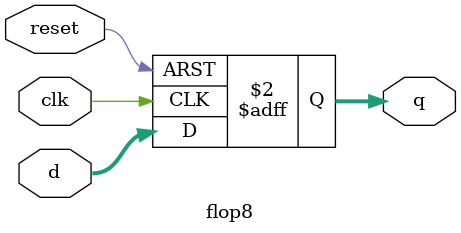
<source format=v>
module flop8(input clk, reset, input [7 : 0] d, output reg [7 : 0] q);
    always @ (posedge clk, posedge reset)
        if(reset) q <= 0;
       // else if(en) q<=d;
        else q <= d;
endmodule
</source>
